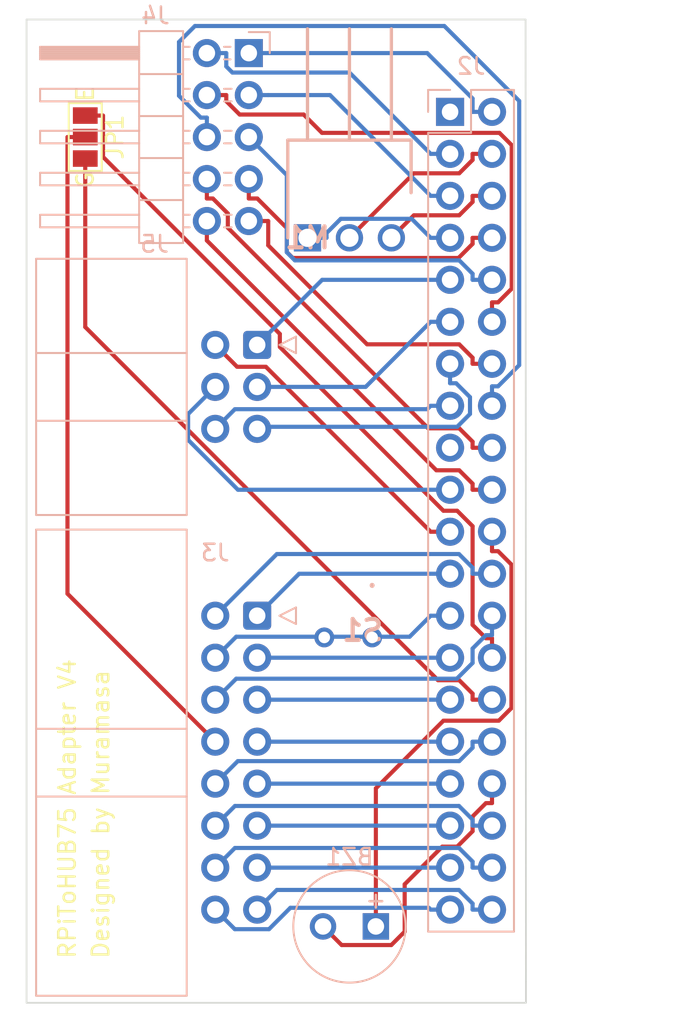
<source format=kicad_pcb>
(kicad_pcb (version 20221018) (generator pcbnew)
  (layers (0 "F.Cu" signal) (31 "B.Cu" signal) (34 "B.Paste" user) (35 "F.Paste" user) (36 "B.SilkS" user "B.Silkscreen") (37 "F.SilkS" user "F.Silkscreen") (38 "B.Mask" user) (39 "F.Mask" user) (44 "Edge.Cuts" user))
  (net 0 "")
  (net 1 "Net-(J2-Pin_4)")
  (net 2 "Net-(J2-Pin_39)")
  (net 3 "Net-(J2-Pin_7)")
  (net 4 "Net-(J2-Pin_1)")
  (net 5 "Net-(J2-Pin_23)")
  (net 6 "Net-(J2-Pin_24)")
  (net 7 "Net-(J2-Pin_26)")
  (net 8 "Net-(J2-Pin_27)")
  (net 9 "Net-(J2-Pin_28)")
  (net 10 "Net-(J2-Pin_29)")
  (net 11 "Net-(J2-Pin_31)")
  (net 12 "Net-(J2-Pin_32)")
  (net 13 "Net-(J2-Pin_33)")
  (net 14 "Net-(J2-Pin_35)")
  (net 15 "Net-(J2-Pin_36)")
  (net 16 "Net-(J2-Pin_37)")
  (net 17 "Net-(J2-Pin_38)")
  (net 18 "Net-(J2-Pin_40)")
  (net 19 "Net-(J2-Pin_25)")
  (net 20 "Net-(J2-Pin_9)")
  (net 21 "Net-(J3-Pin_8)")
  (net 22 "Net-(J2-Pin_2)")
  (net 23 "Net-(J2-Pin_3)")
  (net 24 "Net-(J2-Pin_5)")
  (net 25 "Net-(J2-Pin_6)")
  (net 26 "Net-(J2-Pin_8)")
  (net 27 "Net-(J2-Pin_10)")
  (net 28 "Net-(J2-Pin_11)")
  (net 30 "Net-(J2-Pin_13)")
  (net 31 "Net-(J2-Pin_14)")
  (net 32 "Net-(J2-Pin_15)")
  (net 33 "Net-(J2-Pin_16)")
  (net 34 "Net-(J2-Pin_18)")
  (net 35 "Net-(J2-Pin_19)")
  (net 36 "Net-(J2-Pin_20)")
  (net 37 "Net-(J2-Pin_21)")
  (net 38 "Net-(J2-Pin_30)")
  (net 39 "Net-(BZ1--)")
  (net 40 "Net-(BZ1-+)")
  (footprint "Jumper:SolderJumper-3_P1.3mm_Open_Pad1.0x1.5mm_NumberLabels" (layer "F.Cu") (at 139.446 62.484 -90)
    (fp_text reference "JP1" (at 0 -1.8 90) (layer "F.SilkS"))
    (fp_text value "SolderJumper_3_Open")
    (fp_text user "E" (at -2.6 0 90) (layer "F.SilkS"))
    (fp_text user "G" (at 2.6 0 90) (layer "F.SilkS"))
    (fp_line (start -2.05 -1) (end 2.05 -1) (stroke (width 0.12)) (layer "F.SilkS"))
    (fp_line (start -2.05 1) (end -2.05 -1) (stroke (width 0.12)) (layer "F.SilkS"))
    (fp_line (start 2.05 -1) (end 2.05 1) (stroke (width 0.12)) (layer "F.SilkS"))
    (fp_line (start 2.05 1) (end -2.05 1) (stroke (width 0.12)) (layer "F.SilkS"))
    (pad "1" smd rect (at -1.3 0 270) (size 1 1.5) (layers "F.Cu" "F.Mask") (net 9 "Net-(J2-Pin_28)"))
    (pad "2" smd rect (at 0 0 270) (size 1 1.5) (layers "F.Cu" "F.Mask") (net 21 "Net-(J3-Pin_8)"))
    (pad "3" smd rect (at 1.3 0 270) (size 1 1.5) (layers "F.Cu" "F.Mask") (net 38 "Net-(J2-Pin_30)"))
  )
  (footprint "Tilt Sensor:CW13001" (layer "B.Cu") (at 156.824 92.754 180)
    (fp_text reference "S1" (at 0.575 0.425) (layer "B.SilkS") (effects (font (size 1.27 1.27) (thickness 0.254)) (justify mirror)))
    (fp_text value "CW1300-1" hide)
    (fp_line (start 0 3.1) (end 0 3.1) (stroke (width 0.2)) (layer "B.SilkS"))
    (fp_line (start 0 3.1) (end 0 3.1) (stroke (width 0.2)) (layer "B.SilkS"))
    (fp_line (start 0 3.2) (end 0 3.2) (stroke (width 0.2)) (layer "B.SilkS"))
    (fp_arc (start 0 3.1) (mid 0.05 3.15) (end 0 3.2) (stroke (width 0.2)) (layer "B.SilkS"))
    (fp_arc (start 0 3.1) (mid 0.05 3.15) (end 0 3.2) (stroke (width 0.2)) (layer "B.SilkS"))
    (fp_arc (start 0 3.2) (mid -0.05 3.15) (end 0 3.1) (stroke (width 0.2)) (layer "B.SilkS"))
    (pad "1" thru_hole circle (at 0 0 180) (size 1.2 1.2) (drill 0.7) (layers "*.Cu" "*.Mask"))
    (pad "2" thru_hole circle (at 2.9 0 180) (size 1.2 1.2) (drill 0.7) (layers "*.Cu" "*.Mask"))
  )
  (footprint "Buzzer_Beeper:MagneticBuzzer_Kingstate_KCG0601" (layer "B.Cu") (at 157.048 110.236 180)
    (fp_text reference "BZ1" (at 1.6 4.2) (layer "B.SilkS") (effects (justify mirror)))
    (fp_text value "Buzzer")
    (fp_text user "+" (at 0 1.6) (layer "B.SilkS") (effects (justify mirror)))
    (fp_circle (center 1.6 0) (end 5 0) (stroke (width 0.12)) (fill none) (layer "B.SilkS"))
    (pad "1" thru_hole rect (at 0 0 180) (size 1.6 1.6) (drill 1) (layers "*.Cu" "*.Mask") (net 39 "Net-(BZ1--)"))
    (pad "2" thru_hole circle (at 3.2 0 180) (size 1.6 1.6) (drill 1) (layers "*.Cu" "*.Mask") (net 40 "Net-(BZ1-+)"))
  )
  (footprint "Connector_IDC:IDC-Header_2x08_P2.54mm_Horizontal" (layer "B.Cu") (at 149.86 91.44 180)
    (fp_text reference "J3" (at 2.54 3.81) (layer "B.SilkS") (effects (justify mirror)))
    (fp_text value "Conn_02x08_Top_Bottom")
    (fp_line (start -2.35 -0.5) (end -1.35 0) (stroke (width 0.12)) (layer "B.SilkS"))
    (fp_line (start -2.35 0.5) (end -2.35 -0.5) (stroke (width 0.12)) (layer "B.SilkS"))
    (fp_line (start -1.35 0) (end -2.35 0.5) (stroke (width 0.12)) (layer "B.SilkS"))
    (fp_line (start 4.27 -22.99) (end 4.27 5.21) (stroke (width 0.12)) (layer "B.SilkS"))
    (fp_line (start 4.27 -10.94) (end 13.39 -10.94) (stroke (width 0.12)) (layer "B.SilkS"))
    (fp_line (start 4.27 -6.84) (end 13.39 -6.84) (stroke (width 0.12)) (layer "B.SilkS"))
    (fp_line (start 4.27 5.21) (end 13.39 5.21) (stroke (width 0.12)) (layer "B.SilkS"))
    (fp_line (start 13.39 -22.99) (end 4.27 -22.99) (stroke (width 0.12)) (layer "B.SilkS"))
    (fp_line (start 13.39 5.21) (end 13.39 -22.99) (stroke (width 0.12)) (layer "B.SilkS"))
    (pad "1" thru_hole roundrect (at 0 0 180) (size 1.7 1.7) (drill 1) (layers "*.Cu" "*.Mask") (roundrect_rratio 0.1470588235) (net 5 "Net-(J2-Pin_23)"))
    (pad "2" thru_hole circle (at 2.54 0 180) (size 1.7 1.7) (drill 1) (layers "*.Cu" "*.Mask") (net 6 "Net-(J2-Pin_24)"))
    (pad "3" thru_hole circle (at 0 -2.54 180) (size 1.7 1.7) (drill 1) (layers "*.Cu" "*.Mask") (net 8 "Net-(J2-Pin_27)"))
    (pad "4" thru_hole circle (at 2.54 -2.54 180) (size 1.7 1.7) (drill 1) (layers "*.Cu" "*.Mask") (net 19 "Net-(J2-Pin_25)"))
    (pad "5" thru_hole circle (at 0 -5.08 180) (size 1.7 1.7) (drill 1) (layers "*.Cu" "*.Mask") (net 10 "Net-(J2-Pin_29)"))
    (pad "6" thru_hole circle (at 2.54 -5.08 180) (size 1.7 1.7) (drill 1) (layers "*.Cu" "*.Mask") (net 7 "Net-(J2-Pin_26)"))
    (pad "7" thru_hole circle (at 0 -7.62 180) (size 1.7 1.7) (drill 1) (layers "*.Cu" "*.Mask") (net 11 "Net-(J2-Pin_31)"))
    (pad "8" thru_hole circle (at 2.54 -7.62 180) (size 1.7 1.7) (drill 1) (layers "*.Cu" "*.Mask") (net 21 "Net-(J3-Pin_8)"))
    (pad "9" thru_hole circle (at 0 -10.16 180) (size 1.7 1.7) (drill 1) (layers "*.Cu" "*.Mask") (net 13 "Net-(J2-Pin_33)"))
    (pad "10" thru_hole circle (at 2.54 -10.16 180) (size 1.7 1.7) (drill 1) (layers "*.Cu" "*.Mask") (net 12 "Net-(J2-Pin_32)"))
    (pad "11" thru_hole circle (at 0 -12.7 180) (size 1.7 1.7) (drill 1) (layers "*.Cu" "*.Mask") (net 14 "Net-(J2-Pin_35)"))
    (pad "12" thru_hole circle (at 2.54 -12.7 180) (size 1.7 1.7) (drill 1) (layers "*.Cu" "*.Mask") (net 15 "Net-(J2-Pin_36)"))
    (pad "13" thru_hole circle (at 0 -15.24 180) (size 1.7 1.7) (drill 1) (layers "*.Cu" "*.Mask") (net 16 "Net-(J2-Pin_37)"))
    (pad "14" thru_hole circle (at 2.54 -15.24 180) (size 1.7 1.7) (drill 1) (layers "*.Cu" "*.Mask") (net 17 "Net-(J2-Pin_38)"))
    (pad "15" thru_hole circle (at 0 -17.78 180) (size 1.7 1.7) (drill 1) (layers "*.Cu" "*.Mask") (net 18 "Net-(J2-Pin_40)"))
    (pad "16" thru_hole circle (at 2.54 -17.78 180) (size 1.7 1.7) (drill 1) (layers "*.Cu" "*.Mask") (net 2 "Net-(J2-Pin_39)"))
  )
  (footprint "Connector_PinHeader_2.54mm:PinHeader_2x05_P2.54mm_Horizontal" (layer "B.Cu") (at 149.352 57.404 180)
    (fp_text reference "J4" (at 5.655 2.27) (layer "B.SilkS") (effects (justify mirror)))
    (fp_text value "Conn_02x05_Odd_Even")
    (fp_line (start -1.27 0) (end -1.27 1.27) (stroke (width 0.12)) (layer "B.SilkS"))
    (fp_line (start -1.27 1.27) (end 0 1.27) (stroke (width 0.12)) (layer "B.SilkS"))
    (fp_line (start 1.042929 -10.54) (end 1.497071 -10.54) (stroke (width 0.12)) (layer "B.SilkS"))
    (fp_line (start 1.042929 -9.78) (end 1.497071 -9.78) (stroke (width 0.12)) (layer "B.SilkS"))
    (fp_line (start 1.042929 -8) (end 1.497071 -8) (stroke (width 0.12)) (layer "B.SilkS"))
    (fp_line (start 1.042929 -7.24) (end 1.497071 -7.24) (stroke (width 0.12)) (layer "B.SilkS"))
    (fp_line (start 1.042929 -5.46) (end 1.497071 -5.46) (stroke (width 0.12)) (layer "B.SilkS"))
    (fp_line (start 1.042929 -4.7) (end 1.497071 -4.7) (stroke (width 0.12)) (layer "B.SilkS"))
    (fp_line (start 1.042929 -2.92) (end 1.497071 -2.92) (stroke (width 0.12)) (layer "B.SilkS"))
    (fp_line (start 1.042929 -2.16) (end 1.497071 -2.16) (stroke (width 0.12)) (layer "B.SilkS"))
    (fp_line (start 1.11 -0.38) (end 1.497071 -0.38) (stroke (width 0.12)) (layer "B.SilkS"))
    (fp_line (start 1.11 0.38) (end 1.497071 0.38) (stroke (width 0.12)) (layer "B.SilkS"))
    (fp_line (start 3.582929 -10.54) (end 3.98 -10.54) (stroke (width 0.12)) (layer "B.SilkS"))
    (fp_line (start 3.582929 -9.78) (end 3.98 -9.78) (stroke (width 0.12)) (layer "B.SilkS"))
    (fp_line (start 3.582929 -8) (end 3.98 -8) (stroke (width 0.12)) (layer "B.SilkS"))
    (fp_line (start 3.582929 -7.24) (end 3.98 -7.24) (stroke (width 0.12)) (layer "B.SilkS"))
    (fp_line (start 3.582929 -5.46) (end 3.98 -5.46) (stroke (width 0.12)) (layer "B.SilkS"))
    (fp_line (start 3.582929 -4.7) (end 3.98 -4.7) (stroke (width 0.12)) (layer "B.SilkS"))
    (fp_line (start 3.582929 -2.92) (end 3.98 -2.92) (stroke (width 0.12)) (layer "B.SilkS"))
    (fp_line (start 3.582929 -2.16) (end 3.98 -2.16) (stroke (width 0.12)) (layer "B.SilkS"))
    (fp_line (start 3.582929 -0.38) (end 3.98 -0.38) (stroke (width 0.12)) (layer "B.SilkS"))
    (fp_line (start 3.582929 0.38) (end 3.98 0.38) (stroke (width 0.12)) (layer "B.SilkS"))
    (fp_line (start 3.98 -11.49) (end 6.64 -11.49) (stroke (width 0.12)) (layer "B.SilkS"))
    (fp_line (start 3.98 -8.89) (end 6.64 -8.89) (stroke (width 0.12)) (layer "B.SilkS"))
    (fp_line (start 3.98 -6.35) (end 6.64 -6.35) (stroke (width 0.12)) (layer "B.SilkS"))
    (fp_line (start 3.98 -3.81) (end 6.64 -3.81) (stroke (width 0.12)) (layer "B.SilkS"))
    (fp_line (start 3.98 -1.27) (end 6.64 -1.27) (stroke (width 0.12)) (layer "B.SilkS"))
    (fp_line (start 3.98 1.33) (end 3.98 -11.49) (stroke (width 0.12)) (layer "B.SilkS"))
    (fp_line (start 6.64 -11.49) (end 6.64 1.33) (stroke (width 0.12)) (layer "B.SilkS"))
    (fp_line (start 6.64 -9.78) (end 12.64 -9.78) (stroke (width 0.12)) (layer "B.SilkS"))
    (fp_line (start 6.64 -7.24) (end 12.64 -7.24) (stroke (width 0.12)) (layer "B.SilkS"))
    (fp_line (start 6.64 -4.7) (end 12.64 -4.7) (stroke (width 0.12)) (layer "B.SilkS"))
    (fp_line (start 6.64 -2.16) (end 12.64 -2.16) (stroke (width 0.12)) (layer "B.SilkS"))
    (fp_line (start 6.64 -0.28) (end 12.64 -0.28) (stroke (width 0.12)) (layer "B.SilkS"))
    (fp_line (start 6.64 -0.16) (end 12.64 -0.16) (stroke (width 0.12)) (layer "B.SilkS"))
    (fp_line (start 6.64 -0.04) (end 12.64 -0.04) (stroke (width 0.12)) (layer "B.SilkS"))
    (fp_line (start 6.64 0.08) (end 12.64 0.08) (stroke (width 0.12)) (layer "B.SilkS"))
    (fp_line (start 6.64 0.2) (end 12.64 0.2) (stroke (width 0.12)) (layer "B.SilkS"))
    (fp_line (start 6.64 0.32) (end 12.64 0.32) (stroke (width 0.12)) (layer "B.SilkS"))
    (fp_line (start 6.64 0.38) (end 12.64 0.38) (stroke (width 0.12)) (layer "B.SilkS"))
    (fp_line (start 6.64 1.33) (end 3.98 1.33) (stroke (width 0.12)) (layer "B.SilkS"))
    (fp_line (start 12.64 -10.54) (end 6.64 -10.54) (stroke (width 0.12)) (layer "B.SilkS"))
    (fp_line (start 12.64 -9.78) (end 12.64 -10.54) (stroke (width 0.12)) (layer "B.SilkS"))
    (fp_line (start 12.64 -8) (end 6.64 -8) (stroke (width 0.12)) (layer "B.SilkS"))
    (fp_line (start 12.64 -7.24) (end 12.64 -8) (stroke (width 0.12)) (layer "B.SilkS"))
    (fp_line (start 12.64 -5.46) (end 6.64 -5.46) (stroke (width 0.12)) (layer "B.SilkS"))
    (fp_line (start 12.64 -4.7) (end 12.64 -5.46) (stroke (width 0.12)) (layer "B.SilkS"))
    (fp_line (start 12.64 -2.92) (end 6.64 -2.92) (stroke (width 0.12)) (layer "B.SilkS"))
    (fp_line (start 12.64 -2.16) (end 12.64 -2.92) (stroke (width 0.12)) (layer "B.SilkS"))
    (fp_line (start 12.64 -0.38) (end 6.64 -0.38) (stroke (width 0.12)) (layer "B.SilkS"))
    (fp_line (start 12.64 0.38) (end 12.64 -0.38) (stroke (width 0.12)) (layer "B.SilkS"))
    (pad "1" thru_hole rect (at 0 0 180) (size 1.7 1.7) (drill 1) (layers "*.Cu" "*.Mask") (net 22 "Net-(J2-Pin_2)"))
    (pad "2" thru_hole oval (at 2.54 0 180) (size 1.7 1.7) (drill 1) (layers "*.Cu" "*.Mask") (net 4 "Net-(J2-Pin_1)"))
    (pad "3" thru_hole oval (at 0 -2.54 180) (size 1.7 1.7) (drill 1) (layers "*.Cu" "*.Mask") (net 24 "Net-(J2-Pin_5)"))
    (pad "4" thru_hole oval (at 2.54 -2.54 180) (size 1.7 1.7) (drill 1) (layers "*.Cu" "*.Mask") (net 23 "Net-(J2-Pin_3)"))
    (pad "5" thru_hole oval (at 0 -5.08 180) (size 1.7 1.7) (drill 1) (layers "*.Cu" "*.Mask") (net 27 "Net-(J2-Pin_10)"))
    (pad "6" thru_hole oval (at 2.54 -5.08 180) (size 1.7 1.7) (drill 1) (layers "*.Cu" "*.Mask") (net 33 "Net-(J2-Pin_16)"))
    (pad "7" thru_hole oval (at 0 -7.62 180) (size 1.7 1.7) (drill 1) (layers "*.Cu" "*.Mask") (net 26 "Net-(J2-Pin_8)"))
    (pad "8" thru_hole oval (at 2.54 -7.62 180) (size 1.7 1.7) (drill 1) (layers "*.Cu" "*.Mask") (net 34 "Net-(J2-Pin_18)"))
    (pad "9" thru_hole oval (at 0 -10.16 180) (size 1.7 1.7) (drill 1) (layers "*.Cu" "*.Mask") (net 31 "Net-(J2-Pin_14)"))
    (pad "10" thru_hole oval (at 2.54 -10.16 180) (size 1.7 1.7) (drill 1) (layers "*.Cu" "*.Mask") (net 36 "Net-(J2-Pin_20)"))
  )
  (footprint "3 Pin Fan Header Angled:HDRRA3W64P0X254_1X3_747X318X635P" (layer "B.Cu") (at 152.908 68.58 180)
    (fp_text reference "M1" (at 0 0) (layer "B.SilkS") (effects (font (size 1.27 1.27) (thickness 0.254)) (justify mirror)))
    (fp_text value "Fan_3pin" hide)
    (fp_line (start -6.275 5.91) (end -6.275 2.73) (stroke (width 0.2)) (layer "B.SilkS"))
    (fp_line (start -5.08 5.91) (end -5.08 12.64) (stroke (width 0.2)) (layer "B.SilkS"))
    (fp_line (start -2.54 5.91) (end -2.54 12.64) (stroke (width 0.2)) (layer "B.SilkS"))
    (fp_line (start 0 5.91) (end 0 12.64) (stroke (width 0.2)) (layer "B.SilkS"))
    (fp_line (start 1.195 0) (end 1.195 5.91) (stroke (width 0.2)) (layer "B.SilkS"))
    (fp_line (start 1.195 5.91) (end -6.275 5.91) (stroke (width 0.2)) (layer "B.SilkS"))
    (pad "1" thru_hole rect (at 0 0 180) (size 1.65 1.65) (drill 1.1) (layers "*.Cu" "*.Mask") (net 3 "Net-(J2-Pin_7)"))
    (pad "2" thru_hole circle (at -2.54 0 180) (size 1.65 1.65) (drill 1.1) (layers "*.Cu" "*.Mask") (net 1 "Net-(J2-Pin_4)"))
    (pad "3" thru_hole circle (at -5.08 0 180) (size 1.65 1.65) (drill 1.1) (layers "*.Cu" "*.Mask") (net 25 "Net-(J2-Pin_6)"))
  )
  (footprint "Connector_IDC:IDC-Header_2x03_P2.54mm_Horizontal" (layer "B.Cu") (at 149.86 75.057 180)
    (fp_text reference "J5" (at 6.215 6.1) (layer "B.SilkS") (effects (justify mirror)))
    (fp_text value "Conn_02x03_Odd_Even")
    (fp_line (start -2.35 -0.5) (end -1.35 0) (stroke (width 0.12)) (layer "B.SilkS"))
    (fp_line (start -2.35 0.5) (end -2.35 -0.5) (stroke (width 0.12)) (layer "B.SilkS"))
    (fp_line (start -1.35 0) (end -2.35 0.5) (stroke (width 0.12)) (layer "B.SilkS"))
    (fp_line (start 4.27 -10.29) (end 4.27 5.21) (stroke (width 0.12)) (layer "B.SilkS"))
    (fp_line (start 4.27 -4.59) (end 13.39 -4.59) (stroke (width 0.12)) (layer "B.SilkS"))
    (fp_line (start 4.27 -0.49) (end 13.39 -0.49) (stroke (width 0.12)) (layer "B.SilkS"))
    (fp_line (start 4.27 5.21) (end 13.39 5.21) (stroke (width 0.12)) (layer "B.SilkS"))
    (fp_line (start 13.39 -10.29) (end 4.27 -10.29) (stroke (width 0.12)) (layer "B.SilkS"))
    (fp_line (start 13.39 5.21) (end 13.39 -10.29) (stroke (width 0.12)) (layer "B.SilkS"))
    (pad "1" thru_hole roundrect (at 0 0 180) (size 1.7 1.7) (drill 1) (layers "*.Cu" "*.Mask") (roundrect_rratio 0.147059) (net 20 "Net-(J2-Pin_9)"))
    (pad "2" thru_hole circle (at 2.54 0 180) (size 1.7 1.7) (drill 1) (layers "*.Cu" "*.Mask") (net 37 "Net-(J2-Pin_21)"))
    (pad "3" thru_hole circle (at 0 -2.54 180) (size 1.7 1.7) (drill 1) (layers "*.Cu" "*.Mask") (net 28 "Net-(J2-Pin_11)"))
    (pad "4" thru_hole circle (at 2.54 -2.54 180) (size 1.7 1.7) (drill 1) (layers "*.Cu" "*.Mask") (net 35 "Net-(J2-Pin_19)"))
    (pad "5" thru_hole circle (at 0 -5.08 180) (size 1.7 1.7) (drill 1) (layers "*.Cu" "*.Mask") (net 30 "Net-(J2-Pin_13)"))
    (pad "6" thru_hole circle (at 2.54 -5.08 180) (size 1.7 1.7) (drill 1) (layers "*.Cu" "*.Mask") (net 32 "Net-(J2-Pin_15)"))
  )
  (footprint "Connector_PinSocket_2.54mm:PinSocket_2x20_P2.54mm_Vertical" (layer "B.Cu") (at 161.544 60.96 180)
    (fp_text reference "J2" (at -1.27 2.77) (layer "B.SilkS") (effects (justify mirror)))
    (fp_text value "Conn_02x20_Odd_Even_MountingPin")
    (fp_line (start -3.87 -49.59) (end 1.33 -49.59) (stroke (width 0.12)) (layer "B.SilkS"))
    (fp_line (start -3.87 1.33) (end -3.87 -49.59) (stroke (width 0.12)) (layer "B.SilkS"))
    (fp_line (start -3.87 1.33) (end -1.27 1.33) (stroke (width 0.12)) (layer "B.SilkS"))
    (fp_line (start -1.27 -1.27) (end 1.33 -1.27) (stroke (width 0.12)) (layer "B.SilkS"))
    (fp_line (start -1.27 1.33) (end -1.27 -1.27) (stroke (width 0.12)) (layer "B.SilkS"))
    (fp_line (start 0 1.33) (end 1.33 1.33) (stroke (width 0.12)) (layer "B.SilkS"))
    (fp_line (start 1.33 -1.27) (end 1.33 -49.59) (stroke (width 0.12)) (layer "B.SilkS"))
    (fp_line (start 1.33 1.33) (end 1.33 0) (stroke (width 0.12)) (layer "B.SilkS"))
    (pad "1" thru_hole rect (at 0 0 180) (size 1.7 1.7) (drill 1) (layers "*.Cu" "*.Mask") (net 4 "Net-(J2-Pin_1)"))
    (pad "2" thru_hole oval (at -2.54 0 180) (size 1.7 1.7) (drill 1) (layers "*.Cu" "*.Mask") (net 22 "Net-(J2-Pin_2)"))
    (pad "3" thru_hole oval (at 0 -2.54 180) (size 1.7 1.7) (drill 1) (layers "*.Cu" "*.Mask") (net 23 "Net-(J2-Pin_3)"))
    (pad "4" thru_hole oval (at -2.54 -2.54 180) (size 1.7 1.7) (drill 1) (layers "*.Cu" "*.Mask") (net 1 "Net-(J2-Pin_4)"))
    (pad "5" thru_hole oval (at 0 -5.08 180) (size 1.7 1.7) (drill 1) (layers "*.Cu" "*.Mask") (net 24 "Net-(J2-Pin_5)"))
    (pad "6" thru_hole oval (at -2.54 -5.08 180) (size 1.7 1.7) (drill 1) (layers "*.Cu" "*.Mask") (net 25 "Net-(J2-Pin_6)"))
    (pad "7" thru_hole oval (at 0 -7.62 180) (size 1.7 1.7) (drill 1) (layers "*.Cu" "*.Mask") (net 3 "Net-(J2-Pin_7)"))
    (pad "8" thru_hole oval (at -2.54 -7.62 180) (size 1.7 1.7) (drill 1) (layers "*.Cu" "*.Mask") (net 26 "Net-(J2-Pin_8)"))
    (pad "9" thru_hole oval (at 0 -10.16 180) (size 1.7 1.7) (drill 1) (layers "*.Cu" "*.Mask") (net 20 "Net-(J2-Pin_9)"))
    (pad "10" thru_hole oval (at -2.54 -10.16 180) (size 1.7 1.7) (drill 1) (layers "*.Cu" "*.Mask") (net 27 "Net-(J2-Pin_10)"))
    (pad "11" thru_hole oval (at 0 -12.7 180) (size 1.7 1.7) (drill 1) (layers "*.Cu" "*.Mask") (net 28 "Net-(J2-Pin_11)"))
    (pad "12" thru_hole oval (at -2.54 -12.7 180) (size 1.7 1.7) (drill 1) (layers "*.Cu" "*.Mask"))
    (pad "13" thru_hole oval (at 0 -15.24 180) (size 1.7 1.7) (drill 1) (layers "*.Cu" "*.Mask") (net 30 "Net-(J2-Pin_13)"))
    (pad "14" thru_hole oval (at -2.54 -15.24 180) (size 1.7 1.7) (drill 1) (layers "*.Cu" "*.Mask") (net 31 "Net-(J2-Pin_14)"))
    (pad "15" thru_hole oval (at 0 -17.78 180) (size 1.7 1.7) (drill 1) (layers "*.Cu" "*.Mask") (net 32 "Net-(J2-Pin_15)"))
    (pad "16" thru_hole oval (at -2.54 -17.78 180) (size 1.7 1.7) (drill 1) (layers "*.Cu" "*.Mask") (net 33 "Net-(J2-Pin_16)"))
    (pad "17" thru_hole oval (at 0 -20.32 180) (size 1.7 1.7) (drill 1) (layers "*.Cu" "*.Mask"))
    (pad "18" thru_hole oval (at -2.54 -20.32 180) (size 1.7 1.7) (drill 1) (layers "*.Cu" "*.Mask") (net 34 "Net-(J2-Pin_18)"))
    (pad "19" thru_hole oval (at 0 -22.86 180) (size 1.7 1.7) (drill 1) (layers "*.Cu" "*.Mask") (net 35 "Net-(J2-Pin_19)"))
    (pad "20" thru_hole oval (at -2.54 -22.86 180) (size 1.7 1.7) (drill 1) (layers "*.Cu" "*.Mask") (net 36 "Net-(J2-Pin_20)"))
    (pad "21" thru_hole oval (at 0 -25.4 180) (size 1.7 1.7) (drill 1) (layers "*.Cu" "*.Mask") (net 37 "Net-(J2-Pin_21)"))
    (pad "22" thru_hole oval (at -2.54 -25.4 180) (size 1.7 1.7) (drill 1) (layers "*.Cu" "*.Mask") (net 39 "Net-(BZ1--)"))
    (pad "23" thru_hole oval (at 0 -27.94 180) (size 1.7 1.7) (drill 1) (layers "*.Cu" "*.Mask") (net 5 "Net-(J2-Pin_23)"))
    (pad "24" thru_hole oval (at -2.54 -27.94 180) (size 1.7 1.7) (drill 1) (layers "*.Cu" "*.Mask") (net 6 "Net-(J2-Pin_24)"))
    (pad "25" thru_hole oval (at 0 -30.48 180) (size 1.7 1.7) (drill 1) (layers "*.Cu" "*.Mask") (net 19 "Net-(J2-Pin_25)"))
    (pad "26" thru_hole oval (at -2.54 -30.48 180) (size 1.7 1.7) (drill 1) (layers "*.Cu" "*.Mask") (net 7 "Net-(J2-Pin_26)"))
    (pad "27" thru_hole oval (at 0 -33.02 180) (size 1.7 1.7) (drill 1) (layers "*.Cu" "*.Mask") (net 8 "Net-(J2-Pin_27)"))
    (pad "28" thru_hole oval (at -2.54 -33.02 180) (size 1.7 1.7) (drill 1) (layers "*.Cu" "*.Mask") (net 9 "Net-(J2-Pin_28)"))
    (pad "29" thru_hole oval (at 0 -35.56 180) (size 1.7 1.7) (drill 1) (layers "*.Cu" "*.Mask") (net 10 "Net-(J2-Pin_29)"))
    (pad "30" thru_hole oval (at -2.54 -35.56 180) (size 1.7 1.7) (drill 1) (layers "*.Cu" "*.Mask") (net 38 "Net-(J2-Pin_30)"))
    (pad "31" thru_hole oval (at 0 -38.1 180) (size 1.7 1.7) (drill 1) (layers "*.Cu" "*.Mask") (net 11 "Net-(J2-Pin_31)"))
    (pad "32" thru_hole oval (at -2.54 -38.1 180) (size 1.7 1.7) (drill 1) (layers "*.Cu" "*.Mask") (net 12 "Net-(J2-Pin_32)"))
    (pad "33" thru_hole oval (at 0 -40.64 180) (size 1.7 1.7) (drill 1) (layers "*.Cu" "*.Mask") (net 13 "Net-(J2-Pin_33)"))
    (pad "34" thru_hole oval (at -2.54 -40.64 180) (size 1.7 1.7) (drill 1) (layers "*.Cu" "*.Mask") (net 40 "Net-(BZ1-+)"))
    (pad "35" thru_hole oval (at 0 -43.18 180) (size 1.7 1.7) (drill 1) (layers "*.Cu" "*.Mask") (net 14 "Net-(J2-Pin_35)"))
    (pad "36" thru_hole oval (at -2.54 -43.18 180) (size 1.7 1.7) (drill 1) (layers "*.Cu" "*.Mask") (net 15 "Net-(J2-Pin_36)"))
    (pad "37" thru_hole oval (at 0 -45.72 180) (size 1.7 1.7) (drill 1) (layers "*.Cu" "*.Mask") (net 16 "Net-(J2-Pin_37)"))
    (pad "38" thru_hole oval (at -2.54 -45.72 180) (size 1.7 1.7) (drill 1) (layers "*.Cu" "*.Mask") (net 17 "Net-(J2-Pin_38)"))
    (pad "39" thru_hole oval (at 0 -48.26 180) (size 1.7 1.7) (drill 1) (layers "*.Cu" "*.Mask") (net 2 "Net-(J2-Pin_39)"))
    (pad "40" thru_hole oval (at -2.54 -48.26 180) (size 1.7 1.7) (drill 1) (layers "*.Cu" "*.Mask") (net 18 "Net-(J2-Pin_40)"))
  )
  (gr_line (start 135.89 113.284) (end 135.89 114.8543) (stroke (width 0.1)) (layer "Edge.Cuts"))
  (gr_line (start 135.89 59.944) (end 135.89 55.372) (stroke (width 0.1)) (layer "Edge.Cuts"))
  (gr_line (start 166.116 55.372) (end 166.13955 113.5843) (stroke (width 0.1)) (layer "Edge.Cuts"))
  (gr_line (start 166.13955 113.5843) (end 166.13955 114.8543) (stroke (width 0.1)) (layer "Edge.Cuts"))
  (gr_line (start 135.89 55.372) (end 166.116 55.372) (stroke (width 0.1)) (layer "Edge.Cuts"))
  (gr_line (start 135.89 113.284) (end 135.89 59.944) (stroke (width 0.1)) (layer "Edge.Cuts"))
  (gr_line (start 166.13955 114.8543) (end 135.89 114.8543) (stroke (width 0.1)) (layer "Edge.Cuts"))
  (gr_text "RPiToHUB75 Adapter V4\n" (at 138.938 112.268 90) (layer "F.SilkS") (effects (font (size 1 1)) (justify left bottom)))
  (gr_text "Designed by Muramasa" (at 140.97 112.268 90) (layer "F.SilkS") (effects (font (size 1 1)) (justify left bottom)))
  (segment (start 162.9071 63.8679) (end 162.9071 63.5) (width 0.25) (layer "F.Cu") (net 1))
  (segment (start 164.084 63.5) (end 162.9071 63.5) (width 0.25) (layer "F.Cu") (net 1))
  (segment (start 162.0981 64.6769) (end 162.9071 63.8679) (width 0.25) (layer "F.Cu") (net 1))
  (segment (start 159.3511 64.6769) (end 162.0981 64.6769) (width 0.25) (layer "F.Cu") (net 1))
  (segment (start 155.448 68.58) (end 159.3511 64.6769) (width 0.25) (layer "F.Cu") (net 1))
  (segment (start 150.576 110.4042) (end 148.5042 110.4042) (width 0.25) (layer "B.Cu") (net 2))
  (segment (start 148.5042 110.4042) (end 147.32 109.22) (width 0.25) (layer "B.Cu") (net 2))
  (segment (start 151.8711 109.1091) (end 150.576 110.4042) (width 0.25) (layer "B.Cu") (net 2))
  (segment (start 161.544 109.22) (end 160.3671 109.22) (width 0.25) (layer "B.Cu") (net 2))
  (segment (start 160.3671 109.22) (end 160.2562 109.1091) (width 0.25) (layer "B.Cu") (net 2))
  (segment (start 160.2562 109.1091) (end 151.8711 109.1091) (width 0.25) (layer "B.Cu") (net 2))
  (segment (start 154.0599 68.2919) (end 154.0599 68.58) (width 0.25) (layer "B.Cu") (net 3))
  (segment (start 160.3671 68.58) (end 159.2152 67.4281) (width 0.25) (layer "B.Cu") (net 3))
  (segment (start 159.2152 67.4281) (end 154.9237 67.4281) (width 0.25) (layer "B.Cu") (net 3))
  (segment (start 161.544 68.58) (end 160.3671 68.58) (width 0.25) (layer "B.Cu") (net 3))
  (segment (start 154.9237 67.4281) (end 154.0599 68.2919) (width 0.25) (layer "B.Cu") (net 3))
  (segment (start 152.908 68.58) (end 154.0599 68.58) (width 0.25) (layer "B.Cu") (net 3))
  (segment (start 161.544 88.9) (end 152.4 88.9) (width 0.25) (layer "B.Cu") (net 5))
  (segment (start 152.4 88.9) (end 149.86 91.44) (width 0.25) (layer "B.Cu") (net 5))
  (segment (start 147.32 91.44) (end 151.0506 87.7094) (width 0.25) (layer "B.Cu") (net 6))
  (segment (start 162.9071 88.5342) (end 162.9071 88.9) (width 0.25) (layer "B.Cu") (net 6))
  (segment (start 162.0823 87.7094) (end 162.9071 88.5342) (width 0.25) (layer "B.Cu") (net 6))
  (segment (start 151.0506 87.7094) (end 162.0823 87.7094) (width 0.25) (layer "B.Cu") (net 6))
  (segment (start 164.084 88.9) (end 162.9071 88.9) (width 0.25) (layer "B.Cu") (net 6))
  (segment (start 148.59 95.25) (end 147.32 96.52) (width 0.25) (layer "B.Cu") (net 7))
  (segment (start 161.9552 95.25) (end 148.59 95.25) (width 0.25) (layer "B.Cu") (net 7))
  (segment (start 164.084 91.44) (end 164.084 92.6169) (width 0.25) (layer "B.Cu") (net 7))
  (segment (start 164.084 92.6169) (end 163.7161 92.6169) (width 0.25) (layer "B.Cu") (net 7))
  (segment (start 163.7161 92.6169) (end 162.9071 93.4259) (width 0.25) (layer "B.Cu") (net 7))
  (segment (start 162.9071 93.4259) (end 162.9071 94.2981) (width 0.25) (layer "B.Cu") (net 7))
  (segment (start 162.9071 94.2981) (end 161.9552 95.25) (width 0.25) (layer "B.Cu") (net 7))
  (segment (start 161.544 93.98) (end 149.86 93.98) (width 0.25) (layer "B.Cu") (net 8))
  (segment (start 140.5229 63.6848) (end 140.5229 61.184) (width 0.25) (layer "F.Cu") (net 9))
  (segment (start 162.9071 86.0222) (end 161.9749 85.09) (width 0.25) (layer "F.Cu") (net 9))
  (segment (start 139.446 61.184) (end 140.5229 61.184) (width 0.25) (layer "F.Cu") (net 9))
  (segment (start 161.9749 85.09) (end 161.1383 85.09) (width 0.25) (layer "F.Cu") (net 9))
  (segment (start 163.7161 92.8031) (end 162.9071 91.9941) (width 0.25) (layer "F.Cu") (net 9))
  (segment (start 151.232 75.1837) (end 151.232 74.3939) (width 0.25) (layer "F.Cu") (net 9))
  (segment (start 164.084 92.8031) (end 163.7161 92.8031) (width 0.25) (layer "F.Cu") (net 9))
  (segment (start 162.9071 91.9941) (end 162.9071 86.0222) (width 0.25) (layer "F.Cu") (net 9))
  (segment (start 151.232 74.3939) (end 140.5229 63.6848) (width 0.25) (layer "F.Cu") (net 9))
  (segment (start 164.084 93.98) (end 164.084 92.8031) (width 0.25) (layer "F.Cu") (net 9))
  (segment (start 161.1383 85.09) (end 151.232 75.1837) (width 0.25) (layer "F.Cu") (net 9))
  (segment (start 161.544 96.52) (end 149.86 96.52) (width 0.25) (layer "B.Cu") (net 10))
  (segment (start 161.544 99.06) (end 149.86 99.06) (width 0.25) (layer "B.Cu") (net 11))
  (segment (start 162.9071 99.4279) (end 162.0981 100.2369) (width 0.25) (layer "B.Cu") (net 12))
  (segment (start 164.084 99.06) (end 162.9071 99.06) (width 0.25) (layer "B.Cu") (net 12))
  (segment (start 148.6831 100.2369) (end 147.32 101.6) (width 0.25) (layer "B.Cu") (net 12))
  (segment (start 162.0981 100.2369) (end 148.6831 100.2369) (width 0.25) (layer "B.Cu") (net 12))
  (segment (start 162.9071 99.06) (end 162.9071 99.4279) (width 0.25) (layer "B.Cu") (net 12))
  (segment (start 161.544 101.6) (end 149.86 101.6) (width 0.25) (layer "B.Cu") (net 13))
  (segment (start 161.544 104.14) (end 149.86 104.14) (width 0.25) (layer "B.Cu") (net 14))
  (segment (start 148.5106 102.9494) (end 147.32 104.14) (width 0.25) (layer "B.Cu") (net 15))
  (segment (start 164.084 104.14) (end 162.9071 104.14) (width 0.25) (layer "B.Cu") (net 15))
  (segment (start 162.9071 104.14) (end 162.9071 103.7722) (width 0.25) (layer "B.Cu") (net 15))
  (segment (start 162.0843 102.9494) (end 148.5106 102.9494) (width 0.25) (layer "B.Cu") (net 15))
  (segment (start 162.9071 103.7722) (end 162.0843 102.9494) (width 0.25) (layer "B.Cu") (net 15))
  (segment (start 161.544 106.68) (end 149.86 106.68) (width 0.25) (layer "B.Cu") (net 16))
  (segment (start 148.5106 105.4894) (end 147.32 106.68) (width 0.25) (layer "B.Cu") (net 17))
  (segment (start 162.0843 105.4894) (end 148.5106 105.4894) (width 0.25) (layer "B.Cu") (net 17))
  (segment (start 162.9071 106.68) (end 162.9071 106.3122) (width 0.25) (layer "B.Cu") (net 17))
  (segment (start 162.9071 106.3122) (end 162.0843 105.4894) (width 0.25) (layer "B.Cu") (net 17))
  (segment (start 164.084 106.68) (end 162.9071 106.68) (width 0.25) (layer "B.Cu") (net 17))
  (segment (start 164.084 109.22) (end 162.9071 109.22) (width 0.25) (layer "B.Cu") (net 18))
  (segment (start 162.9071 108.8522) (end 162.0843 108.0294) (width 0.25) (layer "B.Cu") (net 18))
  (segment (start 162.9071 109.22) (end 162.9071 108.8522) (width 0.25) (layer "B.Cu") (net 18))
  (segment (start 162.0843 108.0294) (end 151.0506 108.0294) (width 0.25) (layer "B.Cu") (net 18))
  (segment (start 151.0506 108.0294) (end 149.86 109.22) (width 0.25) (layer "B.Cu") (net 18))
  (segment (start 161.544 91.44) (end 160.3671 91.44) (width 0.25) (layer "B.Cu") (net 19))
  (segment (start 159.0966 92.7105) (end 148.5895 92.7105) (width 0.25) (layer "B.Cu") (net 19))
  (segment (start 148.5895 92.7105) (end 147.32 93.98) (width 0.25) (layer "B.Cu") (net 19))
  (segment (start 160.3671 91.44) (end 159.0966 92.7105) (width 0.25) (layer "B.Cu") (net 19))
  (segment (start 153.797 71.12) (end 149.86 75.057) (width 0.25) (layer "B.Cu") (net 20))
  (segment (start 161.544 71.12) (end 153.797 71.12) (width 0.25) (layer "B.Cu") (net 20))
  (segment (start 138.3691 62.484) (end 138.3691 90.1091) (width 0.25) (layer "F.Cu") (net 21))
  (segment (start 139.446 62.484) (end 138.3691 62.484) (width 0.25) (layer "F.Cu") (net 21))
  (segment (start 138.3691 90.1091) (end 147.32 99.06) (width 0.25) (layer "F.Cu") (net 21))
  (segment (start 149.352 57.404) (end 160.1602 57.404) (width 0.25) (layer "B.Cu") (net 22))
  (segment (start 162.9071 60.1509) (end 162.9071 60.96) (width 0.25) (layer "B.Cu") (net 22))
  (segment (start 160.1602 57.404) (end 162.9071 60.1509) (width 0.25) (layer "B.Cu") (net 22))
  (segment (start 164.084 60.96) (end 162.9071 60.96) (width 0.25) (layer "B.Cu") (net 22))
  (segment (start 165.277 71.6559) (end 164.4498 72.4831) (width 0.25) (layer "F.Cu") (net 23))
  (segment (start 148.7979 61.1209) (end 152.6768 61.1209) (width 0.25) (layer "F.Cu") (net 23))
  (segment (start 146.812 59.944) (end 147.9889 59.944) (width 0.25) (layer "F.Cu") (net 23))
  (segment (start 147.9889 60.3119) (end 148.7979 61.1209) (width 0.25) (layer "F.Cu") (net 23))
  (segment (start 147.9889 59.944) (end 147.9889 60.3119) (width 0.25) (layer "F.Cu") (net 23))
  (segment (start 164.4498 72.4831) (end 164.084 72.4831) (width 0.25) (layer "F.Cu") (net 23))
  (segment (start 152.6768 61.1209) (end 153.7859 62.23) (width 0.25) (layer "F.Cu") (net 23))
  (segment (start 165.277 62.9734) (end 165.277 71.6559) (width 0.25) (layer "F.Cu") (net 23))
  (segment (start 164.084 73.66) (end 164.084 72.4831) (width 0.25) (layer "F.Cu") (net 23))
  (segment (start 153.7859 62.23) (end 164.5336 62.23) (width 0.25) (layer "F.Cu") (net 23))
  (segment (start 164.5336 62.23) (end 165.277 62.9734) (width 0.25) (layer "F.Cu") (net 23))
  (segment (start 161.544 63.5) (end 160.3671 63.5) (width 0.25) (layer "B.Cu") (net 23))
  (segment (start 147.9889 58.2132) (end 148.3566 58.5809) (width 0.25) (layer "B.Cu") (net 23))
  (segment (start 148.3566 58.5809) (end 155.448 58.5809) (width 0.25) (layer "B.Cu") (net 23))
  (segment (start 155.448 58.5809) (end 160.3671 63.5) (width 0.25) (layer "B.Cu") (net 23))
  (segment (start 146.812 57.404) (end 147.9889 57.404) (width 0.25) (layer "B.Cu") (net 23))
  (segment (start 147.9889 57.404) (end 147.9889 58.2132) (width 0.25) (layer "B.Cu") (net 23))
  (segment (start 149.352 59.944) (end 150.5289 59.944) (width 0.25) (layer "B.Cu") (net 24))
  (segment (start 154.2711 59.944) (end 160.3671 66.04) (width 0.25) (layer "B.Cu") (net 24))
  (segment (start 150.5289 59.944) (end 154.2711 59.944) (width 0.25) (layer "B.Cu") (net 24))
  (segment (start 161.544 66.04) (end 160.3671 66.04) (width 0.25) (layer "B.Cu") (net 24))
  (segment (start 162.0981 67.2169) (end 159.3511 67.2169) (width 0.25) (layer "F.Cu") (net 25))
  (segment (start 164.084 66.04) (end 162.9071 66.04) (width 0.25) (layer "F.Cu") (net 25))
  (segment (start 162.9071 66.04) (end 162.9071 66.4079) (width 0.25) (layer "F.Cu") (net 25))
  (segment (start 162.9071 66.4079) (end 162.0981 67.2169) (width 0.25) (layer "F.Cu") (net 25))
  (segment (start 159.3511 67.2169) (end 157.988 68.58) (width 0.25) (layer "F.Cu") (net 25))
  (segment (start 149.352 65.024) (end 149.352 66.2009) (width 0.25) (layer "F.Cu") (net 26))
  (segment (start 149.352 66.2009) (end 149.8669 66.2009) (width 0.25) (layer "F.Cu") (net 26))
  (segment (start 149.8669 66.2009) (end 151.65 67.984) (width 0.25) (layer "F.Cu") (net 26))
  (segment (start 152.0137 69.798) (end 162.0549 69.798) (width 0.25) (layer "F.Cu") (net 26))
  (segment (start 151.65 67.984) (end 151.65 69.4343) (width 0.25) (layer "F.Cu") (net 26))
  (segment (start 162.9071 68.9458) (end 162.9071 68.58) (width 0.25) (layer "F.Cu") (net 26))
  (segment (start 151.65 69.4343) (end 152.0137 69.798) (width 0.25) (layer "F.Cu") (net 26))
  (segment (start 164.084 68.58) (end 162.9071 68.58) (width 0.25) (layer "F.Cu") (net 26))
  (segment (start 162.0549 69.798) (end 162.9071 68.9458) (width 0.25) (layer "F.Cu") (net 26))
  (segment (start 162.9071 70.7521) (end 162.0981 69.9431) (width 0.25) (layer "B.Cu") (net 27))
  (segment (start 151.6545 64.7865) (end 149.352 62.484) (width 0.25) (layer "B.Cu") (net 27))
  (segment (start 162.0981 69.9431) (end 152.1429 69.9431) (width 0.25) (layer "B.Cu") (net 27))
  (segment (start 151.6545 69.4547) (end 151.6545 64.7865) (width 0.25) (layer "B.Cu") (net 27))
  (segment (start 162.9071 71.12) (end 162.9071 70.7521) (width 0.25) (layer "B.Cu") (net 27))
  (segment (start 164.084 71.12) (end 162.9071 71.12) (width 0.25) (layer "B.Cu") (net 27))
  (segment (start 152.1429 69.9431) (end 151.6545 69.4547) (width 0.25) (layer "B.Cu") (net 27))
  (segment (start 156.4301 77.597) (end 160.3671 73.66) (width 0.25) (layer "B.Cu") (net 28))
  (segment (start 161.544 73.66) (end 160.3671 73.66) (width 0.25) (layer "B.Cu") (net 28))
  (segment (start 149.86 77.597) (end 156.4301 77.597) (width 0.25) (layer "B.Cu") (net 28))
  (segment (start 162.7505 78.2176) (end 161.9098 77.3769) (width 0.25) (layer "B.Cu") (net 30))
  (segment (start 149.86 80.137) (end 149.987 80.01) (width 0.25) (layer "B.Cu") (net 30))
  (segment (start 161.544 76.2) (end 161.544 77.3769) (width 0.25) (layer "B.Cu") (net 30))
  (segment (start 161.9098 77.3769) (end 161.544 77.3769) (width 0.25) (layer "B.Cu") (net 30))
  (segment (start 161.9749 80.01) (end 162.7505 79.2344) (width 0.25) (layer "B.Cu") (net 30))
  (segment (start 162.7505 79.2344) (end 162.7505 78.2176) (width 0.25) (layer "B.Cu") (net 30))
  (segment (start 149.987 80.01) (end 161.9749 80.01) (width 0.25) (layer "B.Cu") (net 30))
  (segment (start 162.0981 75.0231) (end 162.9071 75.8321) (width 0.25) (layer "F.Cu") (net 31))
  (segment (start 150.5289 67.564) (end 150.5289 69.0353) (width 0.25) (layer "F.Cu") (net 31))
  (segment (start 162.9071 75.8321) (end 162.9071 76.2) (width 0.25) (layer "F.Cu") (net 31))
  (segment (start 149.352 67.564) (end 150.5289 67.564) (width 0.25) (layer "F.Cu") (net 31))
  (segment (start 150.5289 69.0353) (end 156.5167 75.0231) (width 0.25) (layer "F.Cu") (net 31))
  (segment (start 164.084 76.2) (end 162.9071 76.2) (width 0.25) (layer "F.Cu") (net 31))
  (segment (start 156.5167 75.0231) (end 162.0981 75.0231) (width 0.25) (layer "F.Cu") (net 31))
  (segment (start 161.544 78.74) (end 160.3671 78.74) (width 0.25) (layer "B.Cu") (net 32))
  (segment (start 160.1598 78.9473) (end 160.3671 78.74) (width 0.25) (layer "B.Cu") (net 32))
  (segment (start 147.32 80.137) (end 148.5097 78.9473) (width 0.25) (layer "B.Cu") (net 32))
  (segment (start 148.5097 78.9473) (end 160.1598 78.9473) (width 0.25) (layer "B.Cu") (net 32))
  (segment (start 164.084 78.74) (end 164.084 77.5631) (width 0.25) (layer "B.Cu") (net 33))
  (segment (start 146.4442 61.3071) (end 146.812 61.3071) (width 0.25) (layer "B.Cu") (net 33))
  (segment (start 165.7314 76.2815) (end 165.7314 60.3002) (width 0.25) (layer "B.Cu") (net 33))
  (segment (start 164.084 77.5631) (end 164.4498 77.5631) (width 0.25) (layer "B.Cu") (net 33))
  (segment (start 161.1961 55.7649) (end 146.0895 55.7649) (width 0.25) (layer "B.Cu") (net 33))
  (segment (start 146.812 62.484) (end 146.812 61.3071) (width 0.25) (layer "B.Cu") (net 33))
  (segment (start 145.1246 56.7298) (end 145.1246 59.9875) (width 0.25) (layer "B.Cu") (net 33))
  (segment (start 145.1246 59.9875) (end 146.4442 61.3071) (width 0.25) (layer "B.Cu") (net 33))
  (segment (start 164.4498 77.5631) (end 165.7314 76.2815) (width 0.25) (layer "B.Cu") (net 33))
  (segment (start 165.7314 60.3002) (end 161.1961 55.7649) (width 0.25) (layer "B.Cu") (net 33))
  (segment (start 146.0895 55.7649) (end 145.1246 56.7298) (width 0.25) (layer "B.Cu") (net 33))
  (segment (start 162.0981 80.1031) (end 160.2172 80.1031) (width 0.25) (layer "F.Cu") (net 34))
  (segment (start 146.812 65.024) (end 146.812 66.2009) (width 0.25) (layer "F.Cu") (net 34))
  (segment (start 147.1778 66.2009) (end 146.812 66.2009) (width 0.25) (layer "F.Cu") (net 34))
  (segment (start 148.082 67.1051) (end 147.1778 66.2009) (width 0.25) (layer "F.Cu") (net 34))
  (segment (start 160.2172 80.1031) (end 148.082 67.9679) (width 0.25) (layer "F.Cu") (net 34))
  (segment (start 164.084 81.28) (end 162.9071 81.28) (width 0.25) (layer "F.Cu") (net 34))
  (segment (start 148.082 67.9679) (end 148.082 67.1051) (width 0.25) (layer "F.Cu") (net 34))
  (segment (start 162.9071 81.28) (end 162.9071 80.9121) (width 0.25) (layer "F.Cu") (net 34))
  (segment (start 162.9071 80.9121) (end 162.0981 80.1031) (width 0.25) (layer "F.Cu") (net 34))
  (segment (start 161.544 83.82) (end 148.6953 83.82) (width 0.25) (layer "B.Cu") (net 35))
  (segment (start 148.6953 83.82) (end 145.6768 80.8015) (width 0.25) (layer "B.Cu") (net 35))
  (segment (start 145.6768 80.8015) (end 145.6768 79.2402) (width 0.25) (layer "B.Cu") (net 35))
  (segment (start 145.6768 79.2402) (end 147.32 77.597) (width 0.25) (layer "B.Cu") (net 35))
  (segment (start 160.7142 82.6431) (end 146.812 68.7409) (width 0.25) (layer "F.Cu") (net 36))
  (segment (start 162.0981 82.6431) (end 160.7142 82.6431) (width 0.25) (layer "F.Cu") (net 36))
  (segment (start 162.9071 83.82) (end 162.9071 83.4521) (width 0.25) (layer "F.Cu") (net 36))
  (segment (start 146.812 67.564) (end 146.812 68.7409) (width 0.25) (layer "F.Cu") (net 36))
  (segment (start 164.084 83.82) (end 162.9071 83.82) (width 0.25) (layer "F.Cu") (net 36))
  (segment (start 162.9071 83.4521) (end 162.0981 82.6431) (width 0.25) (layer "F.Cu") (net 36))
  (segment (start 160.3671 86.36) (end 150.3874 76.3803) (width 0.25) (layer "F.Cu") (net 37))
  (segment (start 150.3874 76.3803) (end 148.6433 76.3803) (width 0.25) (layer "F.Cu") (net 37))
  (segment (start 161.544 86.36) (end 160.3671 86.36) (width 0.25) (layer "F.Cu") (net 37))
  (segment (start 148.6433 76.3803) (end 147.32 75.057) (width 0.25) (layer "F.Cu") (net 37))
  (segment (start 139.446 73.9752) (end 139.446 63.784) (width 0.25) (layer "F.Cu") (net 38))
  (segment (start 162.9071 96.1521) (end 162.0981 95.3431) (width 0.25) (layer "F.Cu") (net 38))
  (segment (start 162.0981 95.3431) (end 160.8139 95.3431) (width 0.25) (layer "F.Cu") (net 38))
  (segment (start 160.8139 95.3431) (end 139.446 73.9752) (width 0.25) (layer "F.Cu") (net 38))
  (segment (start 162.9071 96.52) (end 162.9071 96.1521) (width 0.25) (layer "F.Cu") (net 38))
  (segment (start 164.084 96.52) (end 162.9071 96.52) (width 0.25) (layer "F.Cu") (net 38))
  (segment (start 161.1425 97.79) (end 157.048 101.8845) (width 0.25) (layer "F.Cu") (net 39))
  (segment (start 157.048 101.8845) (end 157.048 110.236) (width 0.25) (layer "F.Cu") (net 39))
  (segment (start 164.084 87.5369) (end 164.4518 87.5369) (width 0.25) (layer "F.Cu") (net 39))
  (segment (start 164.4518 87.5369) (end 165.2616 88.3467) (width 0.25) (layer "F.Cu") (net 39))
  (segment (start 164.084 86.36) (end 164.084 87.5369) (width 0.25) (layer "F.Cu") (net 39))
  (segment (start 165.2616 97.0246) (end 164.4962 97.79) (width 0.25) (layer "F.Cu") (net 39))
  (segment (start 164.4962 97.79) (end 161.1425 97.79) (width 0.25) (layer "F.Cu") (net 39))
  (segment (start 165.2616 88.3467) (end 165.2616 97.0246) (width 0.25) (layer "F.Cu") (net 39))
  (segment (start 164.084 101.6) (end 164.084 102.7769) (width 0.25) (layer "F.Cu") (net 40))
  (segment (start 163.7161 102.7769) (end 162.9071 103.5859) (width 0.25) (layer "F.Cu") (net 40))
  (segment (start 154.9749 111.3629) (end 153.848 110.236) (width 0.25) (layer "F.Cu") (net 40))
  (segment (start 157.9852 111.3629) (end 154.9749 111.3629) (width 0.25) (layer "F.Cu") (net 40))
  (segment (start 162.9071 103.5859) (end 162.9071 104.4778) (width 0.25) (layer "F.Cu") (net 40))
  (segment (start 158.7932 110.5549) (end 157.9852 111.3629) (width 0.25) (layer "F.Cu") (net 40))
  (segment (start 161.0714 105.41) (end 158.7932 107.6882) (width 0.25) (layer "F.Cu") (net 40))
  (segment (start 161.9749 105.41) (end 161.0714 105.41) (width 0.25) (layer "F.Cu") (net 40))
  (segment (start 162.9071 104.4778) (end 161.9749 105.41) (width 0.25) (layer "F.Cu") (net 40))
  (segment (start 164.084 102.7769) (end 163.7161 102.7769) (width 0.25) (layer "F.Cu") (net 40))
  (segment (start 158.7932 107.6882) (end 158.7932 110.5549) (width 0.25) (layer "F.Cu") (net 40))
)
</source>
